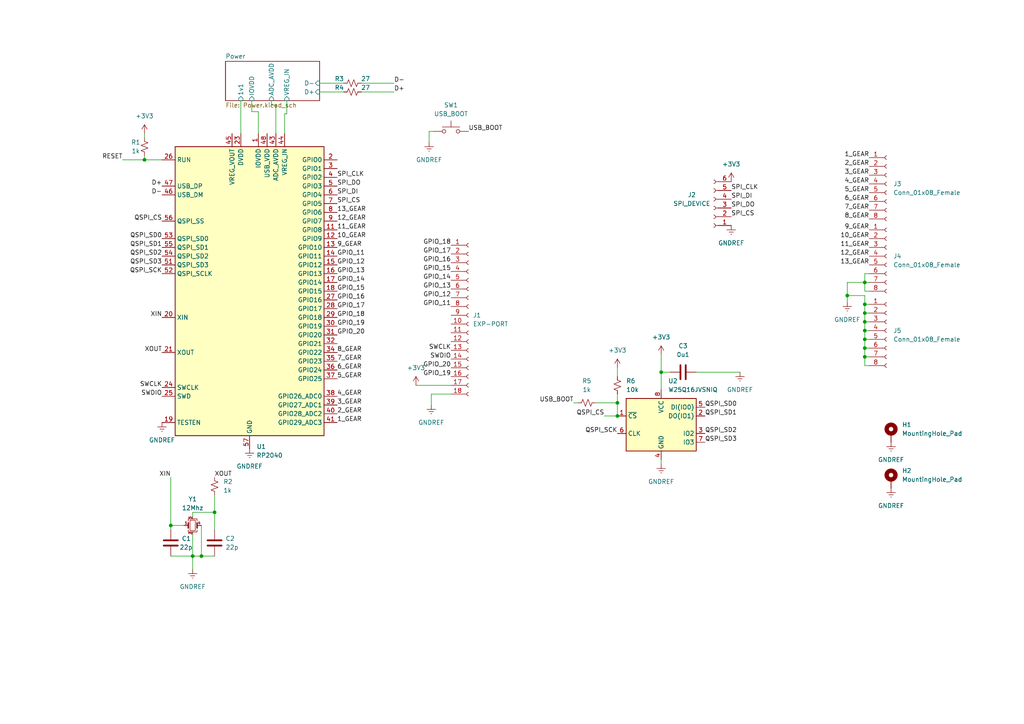
<source format=kicad_sch>
(kicad_sch (version 20211123) (generator eeschema)
  (paper "A4")
  (lib_symbols
    (symbol "Connector:Conn_01x06_Female" (pin_names (offset 1.016) hide)
      (property "Reference" "J" (at 0 7.62 0))
      (property "Value" "Conn_01x06_Female" (at 0 -10.16 0))
      (symbol "Conn_01x06_Female_1_1"
        (arc (start 0 -7.112) (mid -0.508 -7.62) (end 0 -8.128) (stroke (width 0.1524)))
        (arc (start 0 -4.572) (mid -0.508 -5.08) (end 0 -5.588) (stroke (width 0.1524)))
        (arc (start 0 -2.032) (mid -0.508 -2.54) (end 0 -3.048) (stroke (width 0.1524)))
        (polyline (pts (xy -1.27 -7.62) (xy -0.508 -7.62)) (stroke (width 0.1524)))
        (polyline (pts (xy -1.27 -5.08) (xy -0.508 -5.08)) (stroke (width 0.1524)))
        (polyline (pts (xy -1.27 -2.54) (xy -0.508 -2.54)) (stroke (width 0.1524)))
        (polyline (pts (xy -1.27 0) (xy -0.508 0)) (stroke (width 0.1524)))
        (polyline (pts (xy -1.27 2.54) (xy -0.508 2.54)) (stroke (width 0.1524)))
        (polyline (pts (xy -1.27 5.08) (xy -0.508 5.08)) (stroke (width 0.1524)))
        (arc (start 0 0.508) (mid -0.508 0) (end 0 -0.508) (stroke (width 0.1524)))
        (arc (start 0 3.048) (mid -0.508 2.54) (end 0 2.032) (stroke (width 0.1524)))
        (arc (start 0 5.588) (mid -0.508 5.08) (end 0 4.572) (stroke (width 0.1524)))
        (pin passive line (at -5.08 5.08 0) (length 3.81) (name "Pin_1") (number "1"))
        (pin passive line (at -5.08 2.54 0) (length 3.81) (name "Pin_2") (number "2"))
        (pin passive line (at -5.08 0 0) (length 3.81) (name "Pin_3") (number "3"))
        (pin passive line (at -5.08 -2.54 0) (length 3.81) (name "Pin_4") (number "4"))
        (pin passive line (at -5.08 -5.08 0) (length 3.81) (name "Pin_5") (number "5"))
        (pin passive line (at -5.08 -7.62 0) (length 3.81) (name "Pin_6") (number "6"))
      )
    )
    (symbol "Connector:Conn_01x08_Female" (pin_names (offset 1.016) hide)
      (property "Reference" "J" (at 0 10.16 0))
      (property "Value" "Conn_01x08_Female" (at 0 -12.7 0))
      (symbol "Conn_01x08_Female_1_1"
        (arc (start 0 -9.652) (mid -0.508 -10.16) (end 0 -10.668) (stroke (width 0.1524)))
        (arc (start 0 -7.112) (mid -0.508 -7.62) (end 0 -8.128) (stroke (width 0.1524)))
        (arc (start 0 -4.572) (mid -0.508 -5.08) (end 0 -5.588) (stroke (width 0.1524)))
        (arc (start 0 -2.032) (mid -0.508 -2.54) (end 0 -3.048) (stroke (width 0.1524)))
        (polyline (pts (xy -1.27 -10.16) (xy -0.508 -10.16)) (stroke (width 0.1524)))
        (polyline (pts (xy -1.27 -7.62) (xy -0.508 -7.62)) (stroke (width 0.1524)))
        (polyline (pts (xy -1.27 -5.08) (xy -0.508 -5.08)) (stroke (width 0.1524)))
        (polyline (pts (xy -1.27 -2.54) (xy -0.508 -2.54)) (stroke (width 0.1524)))
        (polyline (pts (xy -1.27 0) (xy -0.508 0)) (stroke (width 0.1524)))
        (polyline (pts (xy -1.27 2.54) (xy -0.508 2.54)) (stroke (width 0.1524)))
        (polyline (pts (xy -1.27 5.08) (xy -0.508 5.08)) (stroke (width 0.1524)))
        (polyline (pts (xy -1.27 7.62) (xy -0.508 7.62)) (stroke (width 0.1524)))
        (arc (start 0 0.508) (mid -0.508 0) (end 0 -0.508) (stroke (width 0.1524)))
        (arc (start 0 3.048) (mid -0.508 2.54) (end 0 2.032) (stroke (width 0.1524)))
        (arc (start 0 5.588) (mid -0.508 5.08) (end 0 4.572) (stroke (width 0.1524)))
        (arc (start 0 8.128) (mid -0.508 7.62) (end 0 7.112) (stroke (width 0.1524)))
        (pin passive line (at -5.08 7.62 0) (length 3.81) (name "Pin_1") (number "1"))
        (pin passive line (at -5.08 5.08 0) (length 3.81) (name "Pin_2") (number "2"))
        (pin passive line (at -5.08 2.54 0) (length 3.81) (name "Pin_3") (number "3"))
        (pin passive line (at -5.08 0 0) (length 3.81) (name "Pin_4") (number "4"))
        (pin passive line (at -5.08 -2.54 0) (length 3.81) (name "Pin_5") (number "5"))
        (pin passive line (at -5.08 -5.08 0) (length 3.81) (name "Pin_6") (number "6"))
        (pin passive line (at -5.08 -7.62 0) (length 3.81) (name "Pin_7") (number "7"))
        (pin passive line (at -5.08 -10.16 0) (length 3.81) (name "Pin_8") (number "8"))
      )
    )
    (symbol "Connector:Conn_01x18_Female" (pin_names (offset 1.016) hide)
      (property "Reference" "J" (at 0 22.86 0))
      (property "Value" "Conn_01x18_Female" (at 0 -25.4 0))
      (symbol "Conn_01x18_Female_1_1"
        (arc (start 0 -22.352) (mid -0.508 -22.86) (end 0 -23.368) (stroke (width 0.1524)))
        (arc (start 0 -19.812) (mid -0.508 -20.32) (end 0 -20.828) (stroke (width 0.1524)))
        (arc (start 0 -17.272) (mid -0.508 -17.78) (end 0 -18.288) (stroke (width 0.1524)))
        (arc (start 0 -14.732) (mid -0.508 -15.24) (end 0 -15.748) (stroke (width 0.1524)))
        (arc (start 0 -12.192) (mid -0.508 -12.7) (end 0 -13.208) (stroke (width 0.1524)))
        (arc (start 0 -9.652) (mid -0.508 -10.16) (end 0 -10.668) (stroke (width 0.1524)))
        (arc (start 0 -7.112) (mid -0.508 -7.62) (end 0 -8.128) (stroke (width 0.1524)))
        (arc (start 0 -4.572) (mid -0.508 -5.08) (end 0 -5.588) (stroke (width 0.1524)))
        (arc (start 0 -2.032) (mid -0.508 -2.54) (end 0 -3.048) (stroke (width 0.1524)))
        (polyline (pts (xy -1.27 -22.86) (xy -0.508 -22.86)) (stroke (width 0.1524)))
        (polyline (pts (xy -1.27 -20.32) (xy -0.508 -20.32)) (stroke (width 0.1524)))
        (polyline (pts (xy -1.27 -17.78) (xy -0.508 -17.78)) (stroke (width 0.1524)))
        (polyline (pts (xy -1.27 -15.24) (xy -0.508 -15.24)) (stroke (width 0.1524)))
        (polyline (pts (xy -1.27 -12.7) (xy -0.508 -12.7)) (stroke (width 0.1524)))
        (polyline (pts (xy -1.27 -10.16) (xy -0.508 -10.16)) (stroke (width 0.1524)))
        (polyline (pts (xy -1.27 -7.62) (xy -0.508 -7.62)) (stroke (width 0.1524)))
        (polyline (pts (xy -1.27 -5.08) (xy -0.508 -5.08)) (stroke (width 0.1524)))
        (polyline (pts (xy -1.27 -2.54) (xy -0.508 -2.54)) (stroke (width 0.1524)))
        (polyline (pts (xy -1.27 0) (xy -0.508 0)) (stroke (width 0.1524)))
        (polyline (pts (xy -1.27 2.54) (xy -0.508 2.54)) (stroke (width 0.1524)))
        (polyline (pts (xy -1.27 5.08) (xy -0.508 5.08)) (stroke (width 0.1524)))
        (polyline (pts (xy -1.27 7.62) (xy -0.508 7.62)) (stroke (width 0.1524)))
        (polyline (pts (xy -1.27 10.16) (xy -0.508 10.16)) (stroke (width 0.1524)))
        (polyline (pts (xy -1.27 12.7) (xy -0.508 12.7)) (stroke (width 0.1524)))
        (polyline (pts (xy -1.27 15.24) (xy -0.508 15.24)) (stroke (width 0.1524)))
        (polyline (pts (xy -1.27 17.78) (xy -0.508 17.78)) (stroke (width 0.1524)))
        (polyline (pts (xy -1.27 20.32) (xy -0.508 20.32)) (stroke (width 0.1524)))
        (arc (start 0 0.508) (mid -0.508 0) (end 0 -0.508) (stroke (width 0.1524)))
        (arc (start 0 3.048) (mid -0.508 2.54) (end 0 2.032) (stroke (width 0.1524)))
        (arc (start 0 5.588) (mid -0.508 5.08) (end 0 4.572) (stroke (width 0.1524)))
        (arc (start 0 8.128) (mid -0.508 7.62) (end 0 7.112) (stroke (width 0.1524)))
        (arc (start 0 10.668) (mid -0.508 10.16) (end 0 9.652) (stroke (width 0.1524)))
        (arc (start 0 13.208) (mid -0.508 12.7) (end 0 12.192) (stroke (width 0.1524)))
        (arc (start 0 15.748) (mid -0.508 15.24) (end 0 14.732) (stroke (width 0.1524)))
        (arc (start 0 18.288) (mid -0.508 17.78) (end 0 17.272) (stroke (width 0.1524)))
        (arc (start 0 20.828) (mid -0.508 20.32) (end 0 19.812) (stroke (width 0.1524)))
        (pin passive line (at -5.08 20.32 0) (length 3.81) (name "Pin_1") (number "1"))
        (pin passive line (at -5.08 -2.54 0) (length 3.81) (name "Pin_10") (number "10"))
        (pin passive line (at -5.08 -5.08 0) (length 3.81) (name "Pin_11") (number "11"))
        (pin passive line (at -5.08 -7.62 0) (length 3.81) (name "Pin_12") (number "12"))
        (pin passive line (at -5.08 -10.16 0) (length 3.81) (name "Pin_13") (number "13"))
        (pin passive line (at -5.08 -12.7 0) (length 3.81) (name "Pin_14") (number "14"))
        (pin passive line (at -5.08 -15.24 0) (length 3.81) (name "Pin_15") (number "15"))
        (pin passive line (at -5.08 -17.78 0) (length 3.81) (name "Pin_16") (number "16"))
        (pin passive line (at -5.08 -20.32 0) (length 3.81) (name "Pin_17") (number "17"))
        (pin passive line (at -5.08 -22.86 0) (length 3.81) (name "Pin_18") (number "18"))
        (pin passive line (at -5.08 17.78 0) (length 3.81) (name "Pin_2") (number "2"))
        (pin passive line (at -5.08 15.24 0) (length 3.81) (name "Pin_3") (number "3"))
        (pin passive line (at -5.08 12.7 0) (length 3.81) (name "Pin_4") (number "4"))
        (pin passive line (at -5.08 10.16 0) (length 3.81) (name "Pin_5") (number "5"))
        (pin passive line (at -5.08 7.62 0) (length 3.81) (name "Pin_6") (number "6"))
        (pin passive line (at -5.08 5.08 0) (length 3.81) (name "Pin_7") (number "7"))
        (pin passive line (at -5.08 2.54 0) (length 3.81) (name "Pin_8") (number "8"))
        (pin passive line (at -5.08 0 0) (length 3.81) (name "Pin_9") (number "9"))
      )
    )
    (symbol "Device:C" (pin_numbers hide) (pin_names (offset 0.254))
      (property "Reference" "C" (at 0.635 2.54 0))
      (property "Value" "C" (at 0.635 -2.54 0))
      (symbol "C_0_1"
        (polyline (pts (xy -2.032 -0.762) (xy 2.032 -0.762)) (stroke (width 0.508)))
        (polyline (pts (xy -2.032 0.762) (xy 2.032 0.762)) (stroke (width 0.508)))
      )
      (symbol "C_1_1"
        (pin passive line (at 0 3.81 270) (length 2.794) (name "~") (number "1"))
        (pin passive line (at 0 -3.81 90) (length 2.794) (name "~") (number "2"))
      )
    )
    (symbol "Device:Crystal_GND23_Small" (pin_names (offset 1.016) hide)
      (property "Reference" "Y" (at 1.27 4.445 0))
      (property "Value" "Crystal_GND23_Small" (at 1.27 2.54 0))
      (symbol "Crystal_GND23_Small_0_1"
        (rectangle (start -0.762 -1.524) (end 0.762 1.524))
        (polyline (pts (xy -1.27 -0.762) (xy -1.27 0.762)) (stroke (width 0.381)))
        (polyline (pts (xy 1.27 -0.762) (xy 1.27 0.762)) (stroke (width 0.381)))
        (polyline (pts (xy -1.27 -1.27) (xy -1.27 -1.905) (xy 1.27 -1.905) (xy 1.27 -1.27)))
        (polyline (pts (xy -1.27 1.27) (xy -1.27 1.905) (xy 1.27 1.905) (xy 1.27 1.27)))
      )
      (symbol "Crystal_GND23_Small_1_1"
        (pin passive line (at -2.54 0 0) (length 1.27) (name "1") (number "1"))
        (pin passive line (at 0 -2.54 90) (length 0.635) (name "2") (number "2"))
        (pin passive line (at 0 2.54 270) (length 0.635) (name "3") (number "3"))
        (pin passive line (at 2.54 0 180) (length 1.27) (name "4") (number "4"))
      )
    )
    (symbol "Device:R_Small_US" (pin_numbers hide) (pin_names (offset 0.254) hide)
      (property "Reference" "R" (at 0.762 0.508 0))
      (property "Value" "R_Small_US" (at 0.762 -1.016 0))
      (symbol "R_Small_US_1_1"
        (polyline (pts (xy 0 0) (xy 1.016 -0.381) (xy 0 -0.762) (xy -1.016 -1.143) (xy 0 -1.524)))
        (polyline (pts (xy 0 1.524) (xy 1.016 1.143) (xy 0 0.762) (xy -1.016 0.381) (xy 0 0)))
        (pin passive line (at 0 2.54 270) (length 1.016) (name "~") (number "1"))
        (pin passive line (at 0 -2.54 90) (length 1.016) (name "~") (number "2"))
      )
    )
    (symbol "MCU_RaspberryPi:RP2040"
      (property "Reference" "U" (at 17.78 45.72 0))
      (property "Value" "RP2040" (at 17.78 43.18 0))
      (symbol "RP2040_0_1"
        (rectangle (start -21.59 41.91) (end 21.59 -41.91) (stroke (width 0.254)) (fill (type background)))
      )
      (symbol "RP2040_1_1"
        (pin power_in line (at 2.54 45.72 270) (length 3.81) (name "IOVDD") (number "1"))
        (pin passive line (at 2.54 45.72 270) (length 3.81) hide (name "IOVDD") (number "10"))
        (pin bidirectional line (at 25.4 17.78 180) (length 3.81) (name "GPIO8") (number "11"))
        (pin bidirectional line (at 25.4 15.24 180) (length 3.81) (name "GPIO9") (number "12"))
        (pin bidirectional line (at 25.4 12.7 180) (length 3.81) (name "GPIO10") (number "13"))
        (pin bidirectional line (at 25.4 10.16 180) (length 3.81) (name "GPIO11") (number "14"))
        (pin bidirectional line (at 25.4 7.62 180) (length 3.81) (name "GPIO12") (number "15"))
        (pin bidirectional line (at 25.4 5.08 180) (length 3.81) (name "GPIO13") (number "16"))
        (pin bidirectional line (at 25.4 2.54 180) (length 3.81) (name "GPIO14") (number "17"))
        (pin bidirectional line (at 25.4 0 180) (length 3.81) (name "GPIO15") (number "18"))
        (pin input line (at -25.4 -38.1 0) (length 3.81) (name "TESTEN") (number "19"))
        (pin bidirectional line (at 25.4 38.1 180) (length 3.81) (name "GPIO0") (number "2"))
        (pin input line (at -25.4 -7.62 0) (length 3.81) (name "XIN") (number "20"))
        (pin passive line (at -25.4 -17.78 0) (length 3.81) (name "XOUT") (number "21"))
        (pin passive line (at 2.54 45.72 270) (length 3.81) hide (name "IOVDD") (number "22"))
        (pin power_in line (at -2.54 45.72 270) (length 3.81) (name "DVDD") (number "23"))
        (pin output line (at -25.4 -27.94 0) (length 3.81) (name "SWCLK") (number "24"))
        (pin bidirectional line (at -25.4 -30.48 0) (length 3.81) (name "SWD") (number "25"))
        (pin input line (at -25.4 38.1 0) (length 3.81) (name "RUN") (number "26"))
        (pin bidirectional line (at 25.4 -2.54 180) (length 3.81) (name "GPIO16") (number "27"))
        (pin bidirectional line (at 25.4 -5.08 180) (length 3.81) (name "GPIO17") (number "28"))
        (pin bidirectional line (at 25.4 -7.62 180) (length 3.81) (name "GPIO18") (number "29"))
        (pin bidirectional line (at 25.4 35.56 180) (length 3.81) (name "GPIO1") (number "3"))
        (pin bidirectional line (at 25.4 -10.16 180) (length 3.81) (name "GPIO19") (number "30"))
        (pin bidirectional line (at 25.4 -12.7 180) (length 3.81) (name "GPIO20") (number "31"))
        (pin bidirectional line (at 25.4 -15.24 180) (length 3.81) (name "GPIO21") (number "32"))
        (pin passive line (at 2.54 45.72 270) (length 3.81) hide (name "IOVDD") (number "33"))
        (pin bidirectional line (at 25.4 -17.78 180) (length 3.81) (name "GPIO22") (number "34"))
        (pin bidirectional line (at 25.4 -20.32 180) (length 3.81) (name "GPIO23") (number "35"))
        (pin bidirectional line (at 25.4 -22.86 180) (length 3.81) (name "GPIO24") (number "36"))
        (pin bidirectional line (at 25.4 -25.4 180) (length 3.81) (name "GPIO25") (number "37"))
        (pin bidirectional line (at 25.4 -30.48 180) (length 3.81) (name "GPIO26_ADC0") (number "38"))
        (pin bidirectional line (at 25.4 -33.02 180) (length 3.81) (name "GPIO27_ADC1") (number "39"))
        (pin bidirectional line (at 25.4 33.02 180) (length 3.81) (name "GPIO2") (number "4"))
        (pin bidirectional line (at 25.4 -35.56 180) (length 3.81) (name "GPIO28_ADC2") (number "40"))
        (pin bidirectional line (at 25.4 -38.1 180) (length 3.81) (name "GPIO29_ADC3") (number "41"))
        (pin passive line (at 2.54 45.72 270) (length 3.81) hide (name "IOVDD") (number "42"))
        (pin power_in line (at 7.62 45.72 270) (length 3.81) (name "ADC_AVDD") (number "43"))
        (pin power_in line (at 10.16 45.72 270) (length 3.81) (name "VREG_IN") (number "44"))
        (pin power_out line (at -5.08 45.72 270) (length 3.81) (name "VREG_VOUT") (number "45"))
        (pin bidirectional line (at -25.4 27.94 0) (length 3.81) (name "USB_DM") (number "46"))
        (pin bidirectional line (at -25.4 30.48 0) (length 3.81) (name "USB_DP") (number "47"))
        (pin power_in line (at 5.08 45.72 270) (length 3.81) (name "USB_VDD") (number "48"))
        (pin passive line (at 2.54 45.72 270) (length 3.81) hide (name "IOVDD") (number "49"))
        (pin bidirectional line (at 25.4 30.48 180) (length 3.81) (name "GPIO3") (number "5"))
        (pin passive line (at -2.54 45.72 270) (length 3.81) hide (name "DVDD") (number "50"))
        (pin bidirectional line (at -25.4 7.62 0) (length 3.81) (name "QSPI_SD3") (number "51"))
        (pin output line (at -25.4 5.08 0) (length 3.81) (name "QSPI_SCLK") (number "52"))
        (pin bidirectional line (at -25.4 15.24 0) (length 3.81) (name "QSPI_SD0") (number "53"))
        (pin bidirectional line (at -25.4 10.16 0) (length 3.81) (name "QSPI_SD2") (number "54"))
        (pin bidirectional line (at -25.4 12.7 0) (length 3.81) (name "QSPI_SD1") (number "55"))
        (pin bidirectional line (at -25.4 20.32 0) (length 3.81) (name "QSPI_SS") (number "56"))
        (pin power_in line (at 0 -45.72 90) (length 3.81) (name "GND") (number "57"))
        (pin bidirectional line (at 25.4 27.94 180) (length 3.81) (name "GPIO4") (number "6"))
        (pin bidirectional line (at 25.4 25.4 180) (length 3.81) (name "GPIO5") (number "7"))
        (pin bidirectional line (at 25.4 22.86 180) (length 3.81) (name "GPIO6") (number "8"))
        (pin bidirectional line (at 25.4 20.32 180) (length 3.81) (name "GPIO7") (number "9"))
      )
    )
    (symbol "Mechanical:MountingHole_Pad" (pin_numbers hide) (pin_names (offset 1.016) hide)
      (property "Reference" "H" (at 0 6.35 0))
      (property "Value" "MountingHole_Pad" (at 0 4.445 0))
      (symbol "MountingHole_Pad_0_1"
        (circle (center 0 1.27) (radius 1.27) (stroke (width 1.27)))
      )
      (symbol "MountingHole_Pad_1_1"
        (pin input line (at 0 -2.54 90) (length 2.54) (name "1") (number "1"))
      )
    )
    (symbol "Memory_Flash:W25Q128JVS"
      (property "Reference" "U" (at -8.89 8.89 0))
      (property "Value" "W25Q128JVS" (at 7.62 8.89 0))
      (symbol "W25Q128JVS_0_1"
        (rectangle (start -10.16 7.62) (end 10.16 -7.62) (stroke (width 0.254)) (fill (type background)))
      )
      (symbol "W25Q128JVS_1_1"
        (pin input line (at -12.7 2.54 0) (length 2.54) (name "~{CS}") (number "1"))
        (pin bidirectional line (at 12.7 2.54 180) (length 2.54) (name "DO(IO1)") (number "2"))
        (pin bidirectional line (at 12.7 -2.54 180) (length 2.54) (name "IO2") (number "3"))
        (pin power_in line (at 0 -10.16 90) (length 2.54) (name "GND") (number "4"))
        (pin bidirectional line (at 12.7 5.08 180) (length 2.54) (name "DI(IO0)") (number "5"))
        (pin input line (at -12.7 -2.54 0) (length 2.54) (name "CLK") (number "6"))
        (pin bidirectional line (at 12.7 -5.08 180) (length 2.54) (name "IO3") (number "7"))
        (pin power_in line (at 0 10.16 270) (length 2.54) (name "VCC") (number "8"))
      )
    )
    (symbol "Switch:SW_Push" (pin_numbers hide) (pin_names (offset 1.016) hide)
      (property "Reference" "SW" (at 1.27 2.54 0))
      (property "Value" "SW_Push" (at 0 -1.524 0))
      (symbol "SW_Push_0_1"
        (circle (center -2.032 0) (radius 0.508))
        (polyline (pts (xy 0 1.27) (xy 0 3.048)))
        (polyline (pts (xy 2.54 1.27) (xy -2.54 1.27)))
        (circle (center 2.032 0) (radius 0.508))
        (pin passive line (at -5.08 0 0) (length 2.54) (name "1") (number "1"))
        (pin passive line (at 5.08 0 180) (length 2.54) (name "2") (number "2"))
      )
    )
    (symbol "power:+3V3" (power) (pin_names (offset 0))
      (property "Value" "+3V3" (at 0 3.556 0))
      (symbol "+3V3_0_1"
        (polyline (pts (xy -0.762 1.27) (xy 0 2.54)))
        (polyline (pts (xy 0 0) (xy 0 2.54)))
        (polyline (pts (xy 0 2.54) (xy 0.762 1.27)))
      )
      (symbol "+3V3_1_1"
        (pin power_in line (at 0 0 90) (length 0) hide (name "+3V3") (number "1"))
      )
    )
    (symbol "power:GNDREF" (power) (pin_names (offset 0))
      (property "Value" "GNDREF" (at 0 -3.81 0))
      (symbol "GNDREF_0_1"
        (polyline (pts (xy -0.635 -1.905) (xy 0.635 -1.905)))
        (polyline (pts (xy -0.127 -2.54) (xy 0.127 -2.54)))
        (polyline (pts (xy 0 -1.27) (xy 0 0)))
        (polyline (pts (xy 1.27 -1.27) (xy -1.27 -1.27)))
      )
      (symbol "GNDREF_1_1"
        (pin power_in line (at 0 0 270) (length 0) hide (name "GNDREF") (number "1"))
      )
    )
  )
  (junction (at 250.825 95.885))
  (junction (at 250.825 88.265))
  (junction (at 250.825 93.345))
  (junction (at 58.42 161.29))
  (junction (at 55.88 161.29))
  (junction (at 250.825 103.505))
  (junction (at 49.53 152.4))
  (junction (at 191.77 107.95))
  (junction (at 250.825 98.425))
  (junction (at 179.07 116.84))
  (junction (at 250.825 90.805))
  (junction (at 179.07 120.65))
  (junction (at 245.745 85.725))
  (junction (at 250.825 81.915))
  (junction (at 62.23 148.59))
  (junction (at 41.91 46.355))
  (junction (at 250.825 100.965))
  (wire (pts (xy 58.42 161.29) (xy 62.23 161.29)))
  (wire (pts (xy 125.73 38.1) (xy 124.46 38.1)))
  (wire (pts (xy 92.71 26.67) (xy 99.695 26.67)))
  (wire (pts (xy 250.825 95.885) (xy 250.825 98.425)))
  (wire (pts (xy 130.81 114.3) (xy 125.095 114.3)))
  (wire (pts (xy 250.825 100.965) (xy 252.095 100.965)))
  (wire (pts (xy 82.55 38.735) (xy 82.55 33.02)))
  (wire (pts (xy 250.825 93.345) (xy 250.825 95.885)))
  (wire (pts (xy 179.07 120.65) (xy 179.07 116.84)))
  (wire (pts (xy 82.55 33.02) (xy 83.185 33.02)))
  (wire (pts (xy 245.745 87.63) (xy 245.745 85.725)))
  (wire (pts (xy 245.745 81.915) (xy 250.825 81.915)))
  (wire (pts (xy 125.095 114.3) (xy 125.095 117.475)))
  (wire (pts (xy 179.07 114.3) (xy 179.07 116.84)))
  (wire (pts (xy 175.26 120.65) (xy 179.07 120.65)))
  (wire (pts (xy 124.46 38.1) (xy 124.46 41.275)))
  (wire (pts (xy 166.37 116.84) (xy 167.64 116.84)))
  (wire (pts (xy 250.825 93.345) (xy 252.095 93.345)))
  (wire (pts (xy 179.07 116.84) (xy 172.72 116.84)))
  (wire (pts (xy 250.825 79.375) (xy 252.095 79.375)))
  (wire (pts (xy 250.825 85.725) (xy 245.745 85.725)))
  (wire (pts (xy 245.745 85.725) (xy 245.745 81.915)))
  (wire (pts (xy 250.825 81.915) (xy 250.825 84.455)))
  (wire (pts (xy 250.825 88.265) (xy 250.825 85.725)))
  (wire (pts (xy 73.025 32.385) (xy 73.025 29.21)))
  (wire (pts (xy 55.88 149.86) (xy 55.88 148.59)))
  (wire (pts (xy 191.77 102.87) (xy 191.77 107.95)))
  (wire (pts (xy 49.53 152.4) (xy 49.53 153.67)))
  (wire (pts (xy 250.825 103.505) (xy 252.095 103.505)))
  (wire (pts (xy 55.88 154.94) (xy 55.88 161.29)))
  (wire (pts (xy 41.91 46.355) (xy 46.99 46.355)))
  (wire (pts (xy 55.88 148.59) (xy 62.23 148.59)))
  (wire (pts (xy 49.53 138.43) (xy 49.53 152.4)))
  (wire (pts (xy 250.825 88.265) (xy 250.825 90.805)))
  (wire (pts (xy 250.825 100.965) (xy 250.825 103.505)))
  (wire (pts (xy 78.74 30.48) (xy 78.74 29.21)))
  (wire (pts (xy 62.23 148.59) (xy 62.23 143.51)))
  (wire (pts (xy 191.77 107.95) (xy 194.31 107.95)))
  (wire (pts (xy 250.825 79.375) (xy 250.825 81.915)))
  (wire (pts (xy 250.825 81.915) (xy 252.095 81.915)))
  (wire (pts (xy 201.93 107.95) (xy 214.63 107.95)))
  (wire (pts (xy 130.81 111.76) (xy 120.65 111.76)))
  (wire (pts (xy 41.91 45.085) (xy 41.91 46.355)))
  (wire (pts (xy 250.825 90.805) (xy 252.095 90.805)))
  (wire (pts (xy 55.88 161.29) (xy 55.88 165.1)))
  (wire (pts (xy 104.775 24.13) (xy 114.3 24.13)))
  (wire (pts (xy 62.23 148.59) (xy 62.23 153.67)))
  (wire (pts (xy 250.825 84.455) (xy 252.095 84.455)))
  (wire (pts (xy 35.56 46.355) (xy 41.91 46.355)))
  (wire (pts (xy 41.91 38.735) (xy 41.91 40.005)))
  (wire (pts (xy 49.53 152.4) (xy 53.34 152.4)))
  (wire (pts (xy 58.42 152.4) (xy 58.42 161.29)))
  (wire (pts (xy 74.93 32.385) (xy 74.93 38.735)))
  (wire (pts (xy 191.77 113.03) (xy 191.77 107.95)))
  (wire (pts (xy 80.01 30.48) (xy 78.74 30.48)))
  (wire (pts (xy 179.07 106.68) (xy 179.07 109.22)))
  (wire (pts (xy 250.825 90.805) (xy 250.825 93.345)))
  (wire (pts (xy 250.825 103.505) (xy 250.825 106.045)))
  (wire (pts (xy 92.71 24.13) (xy 99.695 24.13)))
  (wire (pts (xy 55.88 161.29) (xy 58.42 161.29)))
  (wire (pts (xy 83.185 33.02) (xy 83.185 29.21)))
  (wire (pts (xy 49.53 161.29) (xy 55.88 161.29)))
  (wire (pts (xy 80.01 30.48) (xy 80.01 38.735)))
  (wire (pts (xy 250.825 95.885) (xy 252.095 95.885)))
  (wire (pts (xy 74.93 32.385) (xy 73.025 32.385)))
  (wire (pts (xy 250.825 98.425) (xy 252.095 98.425)))
  (wire (pts (xy 69.85 29.21) (xy 69.85 38.735)))
  (wire (pts (xy 104.775 26.67) (xy 114.3 26.67)))
  (wire (pts (xy 250.825 106.045) (xy 252.095 106.045)))
  (wire (pts (xy 250.825 98.425) (xy 250.825 100.965)))
  (wire (pts (xy 252.095 88.265) (xy 250.825 88.265)))
  (wire (pts (xy 191.77 133.35) (xy 191.77 134.62)))
  (label "GPIO_13" (at 97.79 79.375 0))
  (label "11_GEAR" (at 252.095 71.755 180))
  (label "QSPI_SD1" (at 46.99 71.755 180))
  (label "GPIO_15" (at 97.79 84.455 0))
  (label "5_GEAR" (at 97.79 109.855 0))
  (label "QSPI_SD2" (at 204.47 125.73 0))
  (label "9_GEAR" (at 97.79 71.755 0))
  (label "7_GEAR" (at 97.79 104.775 0))
  (label "GPIO_18" (at 97.79 92.075 0))
  (label "12_GEAR" (at 97.79 64.135 0))
  (label "8_GEAR" (at 97.79 102.235 0))
  (label "GPIO_14" (at 130.81 81.28 180))
  (label "D-" (at 46.99 56.515 180))
  (label "SWDIO" (at 46.99 114.935 180))
  (label "SPI_CLK" (at 212.09 55.245 0))
  (label "SPI_CS" (at 97.79 59.055 0))
  (label "D+" (at 114.3 26.67 0))
  (label "6_GEAR" (at 252.095 58.42 180))
  (label "RESET" (at 35.56 46.355 180))
  (label "3_GEAR" (at 97.79 117.475 0))
  (label "QSPI_SD0" (at 204.47 118.11 0))
  (label "SPI_DO" (at 212.09 60.325 0))
  (label "GPIO_12" (at 130.81 86.36 180))
  (label "QSPI_SCK" (at 179.07 125.73 180))
  (label "GPIO_17" (at 130.81 73.66 180))
  (label "GPIO_15" (at 130.81 78.74 180))
  (label "QSPI_SD0" (at 46.99 69.215 180))
  (label "SPI_DI" (at 97.79 56.515 0))
  (label "XIN" (at 46.99 92.075 180))
  (label "QSPI_SCK" (at 46.99 79.375 180))
  (label "GPIO_18" (at 130.81 71.12 180))
  (label "XOUT" (at 46.99 102.235 180))
  (label "1_GEAR" (at 252.095 45.72 180))
  (label "GPIO_16" (at 97.79 86.995 0))
  (label "GPIO_20" (at 97.79 97.155 0))
  (label "SWDIO" (at 130.81 104.14 180))
  (label "XOUT" (at 62.23 138.43 0))
  (label "1_GEAR" (at 97.79 122.555 0))
  (label "4_GEAR" (at 252.095 53.34 180))
  (label "D+" (at 46.99 53.975 180))
  (label "13_GEAR" (at 97.79 61.595 0))
  (label "13_GEAR" (at 252.095 76.835 180))
  (label "QSPI_CS" (at 46.99 64.135 180))
  (label "GPIO_13" (at 130.81 83.82 180))
  (label "SWCLK" (at 46.99 112.395 180))
  (label "GPIO_19" (at 97.79 94.615 0))
  (label "QSPI_SD3" (at 46.99 76.835 180))
  (label "10_GEAR" (at 252.095 69.215 180))
  (label "10_GEAR" (at 97.79 69.215 0))
  (label "QSPI_SD3" (at 204.47 128.27 0))
  (label "GPIO_17" (at 97.79 89.535 0))
  (label "XIN" (at 49.53 138.43 180))
  (label "GPIO_14" (at 97.79 81.915 0))
  (label "8_GEAR" (at 252.095 63.5 180))
  (label "GPIO_16" (at 130.81 76.2 180))
  (label "SPI_CLK" (at 97.79 51.435 0))
  (label "QSPI_CS" (at 175.26 120.65 180))
  (label "11_GEAR" (at 97.79 66.675 0))
  (label "SPI_DO" (at 97.79 53.975 0))
  (label "GPIO_12" (at 97.79 76.835 0))
  (label "5_GEAR" (at 252.095 55.88 180))
  (label "2_GEAR" (at 252.095 48.26 180))
  (label "4_GEAR" (at 97.79 114.935 0))
  (label "QSPI_SD2" (at 46.99 74.295 180))
  (label "7_GEAR" (at 252.095 60.96 180))
  (label "SWCLK" (at 130.81 101.6 180))
  (label "9_GEAR" (at 252.095 66.675 180))
  (label "D-" (at 114.3 24.13 0))
  (label "SPI_CS" (at 212.09 62.865 0))
  (label "QSPI_SD1" (at 204.47 120.65 0))
  (label "SPI_DI" (at 212.09 57.785 0))
  (label "GPIO_11" (at 97.79 74.295 0))
  (label "USB_BOOT" (at 135.89 38.1 0))
  (label "3_GEAR" (at 252.095 50.8 180))
  (label "6_GEAR" (at 97.79 107.315 0))
  (label "GPIO_11" (at 130.81 88.9 180))
  (label "GPIO_20" (at 130.81 106.68 180))
  (label "12_GEAR" (at 252.095 74.295 180))
  (label "USB_BOOT" (at 166.37 116.84 180))
  (label "GPIO_19" (at 130.81 109.22 180))
  (label "2_GEAR" (at 97.79 120.015 0))
  (symbol (lib_id "power:GNDREF") (at 72.39 130.175 0) (unit 1)
    (property "Reference" "#PWR04" (effects hide))
    (property "Value" "GNDREF" (at 72.39 135.255 0))
  )
  (symbol (lib_id "Device:R_Small_US") (at 102.235 26.67 270) (unit 1)
    (property "Reference" "R4" (at 98.425 25.4 90))
    (property "Value" "27" (at 106.045 25.4 90))
    (property "Footprint" "Resistor_SMD:R_0603_1608Metric_Pad0.98x0.95mm_HandSolder" (effects hide))
    (property "Vendor" "C25190" (effects hide))
  )
  (symbol (lib_id "power:GNDREF") (at 55.88 165.1 0) (unit 1)
    (property "Reference" "#PWR03" (effects hide))
    (property "Value" "GNDREF" (at 55.88 170.18 0))
  )
  (symbol (lib_id "Connector:Conn_01x06_Female") (at 207.01 60.325 180) (unit 1)
    (property "Reference" "J2" (at 200.66 56.515 0))
    (property "Value" "SPI_DEVICE" (at 200.66 59.055 0))
    (property "Footprint" "Connector_PinSocket_2.54mm:PinSocket_2x03_P2.54mm_Vertical" (effects hide))
    (property "Vendor" "C92272" (effects hide))
  )
  (symbol (lib_id "power:+3V3") (at 120.65 111.76 0) (unit 1)
    (property "Reference" "#PWR05" (effects hide))
    (property "Value" "+3V3" (at 120.65 106.68 0))
  )
  (symbol (lib_id "Connector:Conn_01x18_Female") (at 135.89 91.44 0) (unit 1)
    (property "Reference" "J1" (at 137.16 91.4399 0) (effects (justify left)))
    (property "Value" "EXP-PORT" (at 137.16 93.9799 0) (effects (justify left)))
    (property "Footprint" "shifter:BM28B0-6-16DS" (effects hide))
    (property "Vendor" "C424564" (effects hide))
  )
  (symbol (lib_id "power:GNDREF") (at 212.09 65.405 0) (unit 1)
    (property "Reference" "#PWR012" (effects hide))
    (property "Value" "GNDREF" (at 212.09 70.485 0))
  )
  (symbol (lib_id "Device:R_Small_US") (at 62.23 140.97 0) (unit 1)
    (property "Reference" "R2" (at 64.77 139.6999 0) (effects (justify left)))
    (property "Value" "1k" (at 64.77 142.2399 0) (effects (justify left)))
    (property "Footprint" "Resistor_SMD:R_0603_1608Metric_Pad0.98x0.95mm_HandSolder" (effects hide))
    (property "Vendor" "C25190" (effects hide))
  )
  (symbol (lib_id "Device:R_Small_US") (at 170.18 116.84 90) (unit 1)
    (property "Reference" "R5" (at 170.18 110.49 90))
    (property "Value" "1k" (at 170.18 113.03 90))
    (property "Footprint" "Resistor_SMD:R_0603_1608Metric_Pad0.98x0.95mm_HandSolder" (effects hide))
    (property "Vendor" "C25190" (effects hide))
  )
  (symbol (lib_id "Device:C") (at 62.23 157.48 0) (unit 1)
    (property "Reference" "C2" (at 65.405 156.2099 0) (effects (justify left)))
    (property "Value" "22p" (at 65.405 158.7499 0) (effects (justify left)))
    (property "Footprint" "Capacitor_SMD:C_0603_1608Metric_Pad1.08x0.95mm_HandSolder" (effects hide))
    (property "Vendor" "C91701" (effects hide))
  )
  (symbol (lib_id "Device:Crystal_GND23_Small") (at 55.88 152.4 0) (unit 1)
    (property "Reference" "Y1" (at 55.88 144.78 0))
    (property "Value" "12Mhz" (at 55.88 147.32 0))
    (property "Footprint" "Crystal:Crystal_SMD_3225-4Pin_3.2x2.5mm" (effects hide))
  )
  (symbol (lib_id "Mechanical:MountingHole_Pad") (at 258.445 125.73 0) (unit 1)
    (property "Reference" "H1" (at 261.62 123.1899 0) (effects (justify left)))
    (property "Value" "MountingHole_Pad" (at 261.62 125.7299 0) (effects (justify left)))
    (property "Footprint" "MountingHole:MountingHole_2.7mm_M2.5_Pad_Via" (effects hide))
  )
  (symbol (lib_id "MCU_RaspberryPi:RP2040") (at 72.39 84.455 0) (unit 1)
    (property "Reference" "U1" (at 74.4094 129.54 0) (effects (justify left)))
    (property "Value" "RP2040" (at 74.4094 132.08 0) (effects (justify left)))
    (property "Footprint" "Package_DFN_QFN:QFN-56-1EP_7x7mm_P0.4mm_EP3.2x3.2mm" (effects hide))
    (property "Datasheet" "https://datasheets.raspberrypi.com/rp2040/rp2040-datasheet.pdf" (effects hide))
    (property "Vendor" "C2040" (effects hide))
  )
  (symbol (lib_id "Switch:SW_Push") (at 130.81 38.1 0) (unit 1)
    (property "Reference" "SW1" (at 130.81 30.48 0))
    (property "Value" "USB_BOOT" (at 130.81 33.02 0))
    (property "Footprint" "Button_Switch_SMD:SW_Push_SPST_NO_Alps_SKRK" (effects hide))
    (property "Vendor" "C202388" (effects hide))
  )
  (symbol (lib_id "Device:C") (at 49.53 157.48 0) (unit 1)
    (property "Reference" "C1" (at 52.705 156.2099 0) (effects (justify left)))
    (property "Value" "22p" (at 52.07 158.75 0) (effects (justify left)))
    (property "Footprint" "Capacitor_SMD:C_0603_1608Metric_Pad1.08x0.95mm_HandSolder" (effects hide))
    (property "Vendor" "C91701" (effects hide))
  )
  (symbol (lib_id "Connector:Conn_01x08_Female") (at 257.175 95.885 0) (unit 1)
    (property "Reference" "J5" (at 259.08 95.8849 0) (effects (justify left)))
    (property "Value" "Conn_01x08_Female" (at 259.08 98.4249 0) (effects (justify left)))
    (property "Footprint" "shifter:shi" (effects hide))
  )
  (symbol (lib_id "power:+3V3") (at 41.91 38.735 0) (unit 1)
    (property "Reference" "#PWR01" (effects hide))
    (property "Value" "+3V3" (at 41.91 33.655 0))
  )
  (symbol (lib_id "power:GNDREF") (at 214.63 107.95 0) (unit 1)
    (property "Reference" "#PWR013" (effects hide))
    (property "Value" "GNDREF" (at 214.63 113.03 0))
  )
  (symbol (lib_id "Mechanical:MountingHole_Pad") (at 258.445 139.065 0) (unit 1)
    (property "Reference" "H2" (at 261.62 136.5249 0) (effects (justify left)))
    (property "Value" "MountingHole_Pad" (at 261.62 139.0649 0) (effects (justify left)))
    (property "Footprint" "MountingHole:MountingHole_2.7mm_M2.5_Pad_Via" (effects hide))
  )
  (symbol (lib_id "power:GNDREF") (at 191.77 134.62 0) (unit 1)
    (property "Reference" "#PWR010" (effects hide))
    (property "Value" "GNDREF" (at 191.77 139.7 0))
  )
  (symbol (lib_id "Device:R_Small_US") (at 102.235 24.13 270) (unit 1)
    (property "Reference" "R3" (at 98.425 22.86 90))
    (property "Value" "27" (at 106.045 22.86 90))
    (property "Footprint" "Resistor_SMD:R_0603_1608Metric_Pad0.98x0.95mm_HandSolder" (effects hide))
    (property "Vendor" "C25190" (effects hide))
  )
  (symbol (lib_id "power:GNDREF") (at 125.095 117.475 0) (unit 1)
    (property "Reference" "#PWR07" (effects hide))
    (property "Value" "GNDREF" (at 125.095 122.555 0))
  )
  (symbol (lib_id "Connector:Conn_01x08_Female") (at 257.175 53.34 0) (unit 1)
    (property "Reference" "J3" (at 259.08 53.3399 0) (effects (justify left)))
    (property "Value" "Conn_01x08_Female" (at 259.08 55.8799 0) (effects (justify left)))
    (property "Footprint" "shifter:shi" (effects hide))
  )
  (symbol (lib_id "power:GNDREF") (at 258.445 128.27 0) (unit 1)
    (property "Reference" "#PWR015" (effects hide))
    (property "Value" "GNDREF" (at 258.445 133.35 0))
  )
  (symbol (lib_id "power:+3V3") (at 212.09 52.705 0) (unit 1)
    (property "Reference" "#PWR011" (effects hide))
    (property "Value" "+3V3" (at 212.09 47.625 0))
  )
  (symbol (lib_id "power:GNDREF") (at 258.445 141.605 0) (unit 1)
    (property "Reference" "#PWR016" (effects hide))
    (property "Value" "GNDREF" (at 258.445 146.685 0))
  )
  (symbol (lib_id "Memory_Flash:W25Q128JVS") (at 191.77 123.19 0) (unit 1)
    (property "Reference" "U2" (at 193.7894 110.49 0) (effects (justify left)))
    (property "Value" "W25Q16JVSNIQ" (at 193.7894 113.03 0) (effects (justify left)))
    (property "Footprint" "Package_SO:SOIC-8_5.23x5.23mm_P1.27mm" (effects hide))
    (property "Datasheet" "http://www.winbond.com/resource-files/w25q128jv_dtr%20revc%2003272018%20plus.pdf" (effects hide))
    (property "Vendor" "C2456211" (effects hide))
  )
  (symbol (lib_id "Connector:Conn_01x08_Female") (at 257.175 74.295 0) (unit 1)
    (property "Reference" "J4" (at 259.08 74.2949 0) (effects (justify left)))
    (property "Value" "Conn_01x08_Female" (at 259.08 76.8349 0) (effects (justify left)))
    (property "Footprint" "shifter:shi" (effects hide))
  )
  (symbol (lib_id "Device:R_Small_US") (at 179.07 111.76 180) (unit 1)
    (property "Reference" "R6" (at 181.61 110.4899 0) (effects (justify right)))
    (property "Value" "10k" (at 181.61 113.0299 0) (effects (justify right)))
    (property "Footprint" "Resistor_SMD:R_0603_1608Metric_Pad0.98x0.95mm_HandSolder" (effects hide))
    (property "Vendor" "C25804" (effects hide))
  )
  (symbol (lib_id "power:GNDREF") (at 124.46 41.275 0) (unit 1)
    (property "Reference" "#PWR06" (effects hide))
    (property "Value" "GNDREF" (at 124.46 46.355 0))
  )
  (symbol (lib_id "power:GNDREF") (at 245.745 87.63 0) (unit 1)
    (property "Reference" "#PWR014" (effects hide))
    (property "Value" "GNDREF" (at 245.745 92.71 0))
  )
  (symbol (lib_id "power:+3V3") (at 191.77 102.87 0) (unit 1)
    (property "Reference" "#PWR09" (effects hide))
    (property "Value" "+3V3" (at 191.77 97.79 0))
  )
  (symbol (lib_id "power:+3V3") (at 179.07 106.68 0) (unit 1)
    (property "Reference" "#PWR08" (effects hide))
    (property "Value" "+3V3" (at 179.07 101.6 0))
  )
  (symbol (lib_id "Device:C") (at 198.12 107.95 90) (unit 1)
    (property "Reference" "C3" (at 198.12 100.33 90))
    (property "Value" "0u1" (at 198.12 102.87 90))
    (property "Footprint" "Capacitor_SMD:C_0603_1608Metric_Pad1.08x0.95mm_HandSolder" (effects hide))
    (property "Vendor" "C42998" (effects hide))
  )
  (symbol (lib_id "power:GNDREF") (at 46.99 122.555 0) (unit 1)
    (property "Reference" "#PWR02" (effects hide))
    (property "Value" "GNDREF" (at 46.99 127.635 0))
  )
  (symbol (lib_id "Device:R_Small_US") (at 41.91 42.545 0) (unit 1)
    (property "Reference" "R1" (at 39.37 41.275 0))
    (property "Value" "1k" (at 39.37 43.815 0))
    (property "Footprint" "Resistor_SMD:R_0603_1608Metric_Pad0.98x0.95mm_HandSolder" (effects hide))
    (property "Vendor" "C25190" (effects hide))
  )
  (sheet (at 65.405 17.78) (size 27.305 11.43) (stroke (width 0.1524))
    (property "Sheet name" "Power" (at 65.405 17.0684 0) (effects (justify left bottom)))
    (property "Sheet file" "Power.kicad_sch" (at 65.405 29.7946 0) (effects (justify left top)))
    (pin "ADC_AVDD" input (at 78.74 29.21 270))
    (pin "1v1" input (at 69.85 29.21 270))
    (pin "IOVDD" input (at 73.025 29.21 270))
    (pin "D-" input (at 92.71 24.13 0))
    (pin "D+" input (at 92.71 26.67 0))
    (pin "VREG_IN" input (at 83.185 29.21 270))
  )
)
</source>
